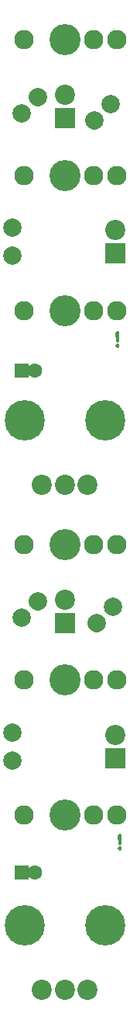
<source format=gts>
G04 #@! TF.GenerationSoftware,KiCad,Pcbnew,(2018-02-10 revision a04965c)-master*
G04 #@! TF.CreationDate,2018-04-19T15:59:02-05:00*
G04 #@! TF.ProjectId,twotone,74776F746F6E652E6B696361645F7063,rev?*
G04 #@! TF.SameCoordinates,Original*
G04 #@! TF.FileFunction,Soldermask,Top*
G04 #@! TF.FilePolarity,Negative*
%FSLAX46Y46*%
G04 Gerber Fmt 4.6, Leading zero omitted, Abs format (unit mm)*
G04 Created by KiCad (PCBNEW (2018-02-10 revision a04965c)-master) date Thursday, April 19, 2018 at 03:59:02 PM*
%MOMM*%
%LPD*%
G01*
G04 APERTURE LIST*
%ADD10C,0.300000*%
%ADD11R,2.200000X2.200000*%
%ADD12C,2.200000*%
%ADD13C,3.400000*%
%ADD14C,2.127200*%
%ADD15C,4.400000*%
%ADD16C,1.600000*%
%ADD17R,1.600000X1.600000*%
%ADD18C,2.000000*%
%ADD19C,2.000000*%
G04 APERTURE END LIST*
D10*
X12750000Y-38535714D02*
X12821428Y-38607142D01*
X12750000Y-38678571D01*
X12678571Y-38607142D01*
X12750000Y-38535714D01*
X12750000Y-38678571D01*
X12750000Y-38107142D02*
X12678571Y-37250000D01*
X12750000Y-37178571D01*
X12821428Y-37250000D01*
X12750000Y-38107142D01*
X12750000Y-37178571D01*
X13000000Y-93285714D02*
X13071428Y-93357142D01*
X13000000Y-93428571D01*
X12928571Y-93357142D01*
X13000000Y-93285714D01*
X13000000Y-93428571D01*
X13000000Y-92857142D02*
X12928571Y-92000000D01*
X13000000Y-91928571D01*
X13071428Y-92000000D01*
X13000000Y-92857142D01*
X13000000Y-91928571D01*
D11*
X7000000Y-13770000D03*
D12*
X7000000Y-11230000D03*
D11*
X7000000Y-68770000D03*
D12*
X7000000Y-66230000D03*
D13*
X7000000Y-89750000D03*
D14*
X2555000Y-89750000D03*
X10175000Y-89750000D03*
X12715000Y-89750000D03*
D13*
X7000000Y-75000000D03*
D14*
X2555000Y-75000000D03*
X10175000Y-75000000D03*
X12715000Y-75000000D03*
D13*
X7000000Y-60250000D03*
D14*
X2555000Y-60250000D03*
X10175000Y-60250000D03*
X12715000Y-60250000D03*
D13*
X7000000Y-34750000D03*
D14*
X2555000Y-34750000D03*
X10175000Y-34750000D03*
X12715000Y-34750000D03*
D13*
X7000000Y-20000000D03*
D14*
X2555000Y-20000000D03*
X10175000Y-20000000D03*
X12715000Y-20000000D03*
D13*
X7000000Y-5250000D03*
D14*
X2555000Y-5250000D03*
X10175000Y-5250000D03*
X12715000Y-5250000D03*
D12*
X4501900Y-53735380D03*
X7001900Y-53735380D03*
X9501900Y-53735380D03*
D15*
X2601900Y-46735380D03*
X11401900Y-46735380D03*
D12*
X4501900Y-108735380D03*
X7001900Y-108735380D03*
X9501900Y-108735380D03*
D15*
X2601900Y-101735380D03*
X11401900Y-101735380D03*
D16*
X3750000Y-41250000D03*
D17*
X2250000Y-41250000D03*
X2250000Y-96000000D03*
D16*
X3750000Y-96000000D03*
D12*
X12500000Y-25960000D03*
D11*
X12500000Y-28500000D03*
X12500000Y-83500000D03*
D12*
X12500000Y-80960000D03*
D18*
X12000000Y-12250000D03*
X10203949Y-14046051D03*
D19*
X10203949Y-14046051D02*
X10203949Y-14046051D01*
D18*
X4046051Y-11453949D03*
D19*
X4046051Y-11453949D02*
X4046051Y-11453949D01*
D18*
X2250000Y-13250000D03*
X12250000Y-67000000D03*
X10453949Y-68796051D03*
D19*
X10453949Y-68796051D02*
X10453949Y-68796051D01*
D18*
X4046051Y-66453949D03*
D19*
X4046051Y-66453949D02*
X4046051Y-66453949D01*
D18*
X2250000Y-68250000D03*
X1250000Y-25750000D03*
X1250000Y-28750000D03*
X1250000Y-83750000D03*
X1250000Y-80750000D03*
M02*

</source>
